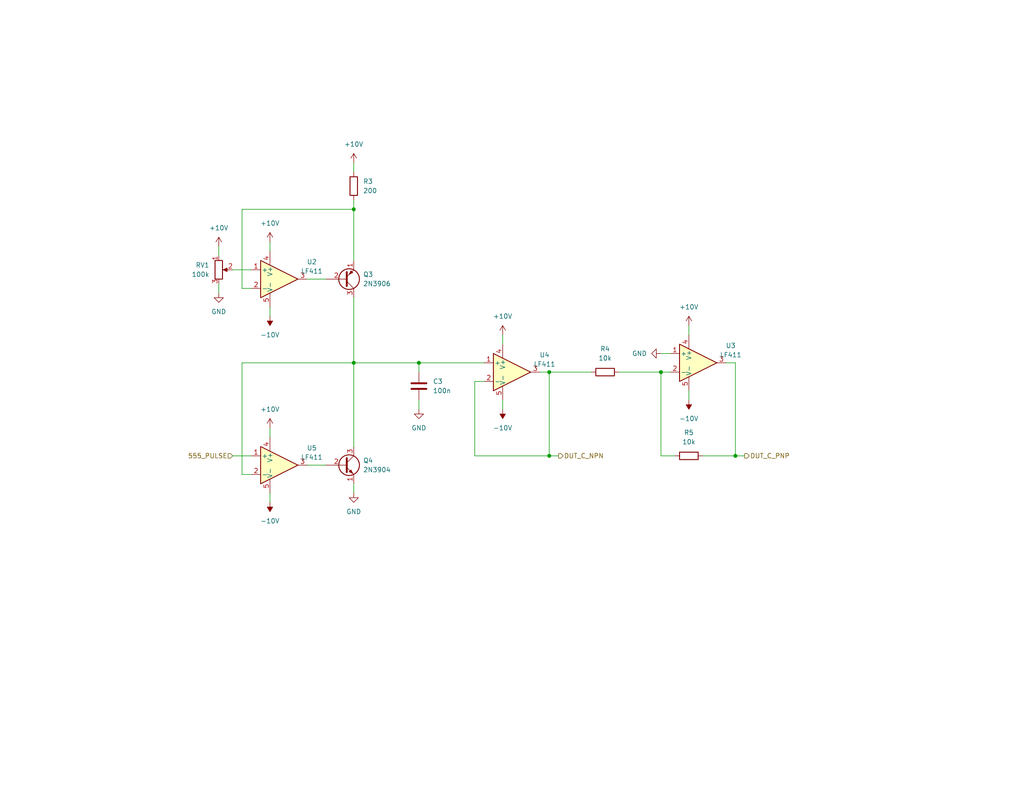
<source format=kicad_sch>
(kicad_sch (version 20211123) (generator eeschema)
  (paper "USLetter")
  (title_block (title "Collector signal generator") (date "2023-07-30") (rev "1.0"))
  (lib_symbols
    (symbol "Device:C" (pin_numbers hide) (pin_names (offset 0.254))
      (property "Reference" "C" (at 0.635 2.54 0))
      (property "Value" "C" (at 0.635 -2.54 0))
      (symbol "C_0_1"
        (polyline (pts (xy -2.032 -0.762) (xy 2.032 -0.762)) (stroke (width 0.508)))
        (polyline (pts (xy -2.032 0.762) (xy 2.032 0.762)) (stroke (width 0.508)))
      )
      (symbol "C_1_1"
        (pin passive line (at 0 3.81 270) (length 2.794) (name "~") (number "1"))
        (pin passive line (at 0 -3.81 90) (length 2.794) (name "~") (number "2"))
      )
    )
    (symbol "Device:R" (pin_numbers hide) (pin_names (offset 0))
      (property "Reference" "R" (at 2.032 0 90))
      (property "Value" "R" (at 0 0 90))
      (symbol "R_0_1"
        (rectangle (start -1.016 -2.54) (end 1.016 2.54) (stroke (width 0.254)))
      )
      (symbol "R_1_1"
        (pin passive line (at 0 3.81 270) (length 1.27) (name "~") (number "1"))
        (pin passive line (at 0 -3.81 90) (length 1.27) (name "~") (number "2"))
      )
    )
    (symbol "Device:R_Potentiometer" (pin_names (offset 1.016) hide)
      (property "Reference" "RV" (at -4.445 0 90))
      (property "Value" "R_Potentiometer" (at -2.54 0 90))
      (symbol "R_Potentiometer_0_1"
        (polyline (pts (xy 2.54 0) (xy 1.524 0)))
        (polyline (pts (xy 1.143 0) (xy 2.286 0.508) (xy 2.286 -0.508) (xy 1.143 0)) (fill (type outline)))
        (rectangle (start 1.016 2.54) (end -1.016 -2.54) (stroke (width 0.254)))
      )
      (symbol "R_Potentiometer_1_1"
        (pin passive line (at 0 3.81 270) (length 1.27) (name "1") (number "1"))
        (pin passive line (at 3.81 0 180) (length 1.27) (name "2") (number "2"))
        (pin passive line (at 0 -3.81 90) (length 1.27) (name "3") (number "3"))
      )
    )
    (symbol "Transistor_BJT:2N3904" (pin_names (offset 0) hide)
      (property "Reference" "Q" (at 5.08 1.905 0))
      (property "Value" "2N3904" (at 5.08 0 0))
      (symbol "2N3904_0_1"
        (polyline (pts (xy 0.635 0.635) (xy 2.54 2.54)))
        (polyline (pts (xy 0.635 -0.635) (xy 2.54 -2.54) (xy 2.54 -2.54)))
        (polyline (pts (xy 0.635 1.905) (xy 0.635 -1.905) (xy 0.635 -1.905)) (stroke (width 0.508)))
        (polyline (pts (xy 1.27 -1.778) (xy 1.778 -1.27) (xy 2.286 -2.286) (xy 1.27 -1.778) (xy 1.27 -1.778)) (fill (type outline)))
        (circle (center 1.27 0) (radius 2.8194) (stroke (width 0.254)))
      )
      (symbol "2N3904_1_1"
        (pin passive line (at 2.54 -5.08 90) (length 2.54) (name "E") (number "1"))
        (pin passive line (at -5.08 0 0) (length 5.715) (name "B") (number "2"))
        (pin passive line (at 2.54 5.08 270) (length 2.54) (name "C") (number "3"))
      )
    )
    (symbol "Transistor_BJT:2N3906" (pin_names (offset 0) hide)
      (property "Reference" "Q" (at 5.08 1.905 0))
      (property "Value" "2N3906" (at 5.08 0 0))
      (symbol "2N3906_0_1"
        (polyline (pts (xy 0.635 0.635) (xy 2.54 2.54)))
        (polyline (pts (xy 0.635 -0.635) (xy 2.54 -2.54) (xy 2.54 -2.54)))
        (polyline (pts (xy 0.635 1.905) (xy 0.635 -1.905) (xy 0.635 -1.905)) (stroke (width 0.508)))
        (polyline (pts (xy 2.286 -1.778) (xy 1.778 -2.286) (xy 1.27 -1.27) (xy 2.286 -1.778) (xy 2.286 -1.778)) (fill (type outline)))
        (circle (center 1.27 0) (radius 2.8194) (stroke (width 0.254)))
      )
      (symbol "2N3906_1_1"
        (pin passive line (at 2.54 -5.08 90) (length 2.54) (name "E") (number "1"))
        (pin input line (at -5.08 0 0) (length 5.715) (name "B") (number "2"))
        (pin passive line (at 2.54 5.08 270) (length 2.54) (name "C") (number "3"))
      )
    )
    (symbol "power:+10V" (power) (pin_names (offset 0))
      (property "Value" "+10V" (at 0 3.556 0))
      (symbol "+10V_0_1"
        (polyline (pts (xy -0.762 1.27) (xy 0 2.54)))
        (polyline (pts (xy 0 0) (xy 0 2.54)))
        (polyline (pts (xy 0 2.54) (xy 0.762 1.27)))
      )
      (symbol "+10V_1_1"
        (pin power_in line (at 0 0 90) (length 0) hide (name "+10V") (number "1"))
      )
    )
    (symbol "power:-10V" (power) (pin_names (offset 0))
      (property "Value" "-10V" (at 0 3.81 0))
      (symbol "-10V_0_0"
        (pin power_in line (at 0 0 90) (length 0) hide (name "-10V") (number "1"))
      )
      (symbol "-10V_0_1"
        (polyline (pts (xy 0 0) (xy 0 1.27) (xy 0.762 1.27) (xy 0 2.54) (xy -0.762 1.27) (xy 0 1.27)) (fill (type outline)))
      )
    )
    (symbol "power:GND" (power) (pin_names (offset 0))
      (property "Value" "GND" (at 0 -3.81 0))
      (symbol "GND_0_1"
        (polyline (pts (xy 0 0) (xy 0 -1.27) (xy 1.27 -1.27) (xy 0 -2.54) (xy -1.27 -1.27) (xy 0 -1.27)))
      )
      (symbol "GND_1_1"
        (pin power_in line (at 0 0 270) (length 0) hide (name "GND") (number "1"))
      )
    )
    (symbol "pspice:OPAMP" (pin_names (offset 0.254))
      (property "Reference" "U" (at 3.81 3.175 0))
      (property "Value" "OPAMP" (at 3.81 -3.175 0))
      (symbol "OPAMP_0_1"
        (polyline (pts (xy 5.08 0) (xy -5.08 5.08) (xy -5.08 -5.08) (xy 5.08 0)) (stroke (width 0.254)) (fill (type background)))
      )
      (symbol "OPAMP_1_1"
        (pin input line (at -7.62 2.54 0) (length 2.54) (name "+") (number "1"))
        (pin input line (at -7.62 -2.54 0) (length 2.54) (name "-") (number "2"))
        (pin output line (at 7.62 0 180) (length 2.54) (name "~") (number "3"))
        (pin power_in line (at -2.54 7.62 270) (length 3.81) (name "V+") (number "4"))
        (pin power_in line (at -2.54 -7.62 90) (length 3.81) (name "V-") (number "5"))
      )
    )
  )
  (junction (at 149.86 101.6))
  (junction (at 96.52 99.06))
  (junction (at 200.66 124.46))
  (junction (at 180.34 101.6))
  (junction (at 114.3 99.06))
  (junction (at 149.86 124.46))
  (junction (at 96.52 57.15))
  (wire (pts (xy 129.54 104.14) (xy 129.54 124.46)))
  (wire (pts (xy 63.5 124.46) (xy 68.58 124.46)))
  (wire (pts (xy 73.66 134.62) (xy 73.66 137.16)))
  (wire (pts (xy 149.86 101.6) (xy 149.86 124.46)))
  (wire (pts (xy 149.86 101.6) (xy 161.29 101.6)))
  (wire (pts (xy 66.04 57.15) (xy 66.04 78.74)))
  (wire (pts (xy 68.58 78.74) (xy 66.04 78.74)))
  (wire (pts (xy 66.04 99.06) (xy 66.04 129.54)))
  (wire (pts (xy 180.34 96.52) (xy 182.88 96.52)))
  (wire (pts (xy 114.3 109.22) (xy 114.3 111.76)))
  (wire (pts (xy 96.52 44.45) (xy 96.52 46.99)))
  (wire (pts (xy 59.69 77.47) (xy 59.69 80.01)))
  (wire (pts (xy 96.52 132.08) (xy 96.52 134.62)))
  (wire (pts (xy 200.66 99.06) (xy 198.12 99.06)))
  (wire (pts (xy 149.86 124.46) (xy 152.4 124.46)))
  (wire (pts (xy 96.52 54.61) (xy 96.52 57.15)))
  (wire (pts (xy 132.08 104.14) (xy 129.54 104.14)))
  (wire (pts (xy 68.58 129.54) (xy 66.04 129.54)))
  (wire (pts (xy 96.52 81.28) (xy 96.52 99.06)))
  (wire (pts (xy 149.86 101.6) (xy 147.32 101.6)))
  (wire (pts (xy 66.04 99.06) (xy 96.52 99.06)))
  (wire (pts (xy 182.88 101.6) (xy 180.34 101.6)))
  (wire (pts (xy 200.66 124.46) (xy 203.2 124.46)))
  (wire (pts (xy 184.15 124.46) (xy 180.34 124.46)))
  (wire (pts (xy 191.77 124.46) (xy 200.66 124.46)))
  (wire (pts (xy 96.52 99.06) (xy 96.52 121.92)))
  (wire (pts (xy 137.16 109.22) (xy 137.16 111.76)))
  (wire (pts (xy 83.82 127) (xy 88.9 127)))
  (wire (pts (xy 63.5 73.66) (xy 68.58 73.66)))
  (wire (pts (xy 114.3 99.06) (xy 132.08 99.06)))
  (wire (pts (xy 137.16 91.44) (xy 137.16 93.98)))
  (wire (pts (xy 96.52 57.15) (xy 96.52 71.12)))
  (wire (pts (xy 200.66 99.06) (xy 200.66 124.46)))
  (wire (pts (xy 180.34 101.6) (xy 180.34 124.46)))
  (wire (pts (xy 187.96 106.68) (xy 187.96 109.22)))
  (wire (pts (xy 73.66 83.82) (xy 73.66 86.36)))
  (wire (pts (xy 66.04 57.15) (xy 96.52 57.15)))
  (wire (pts (xy 59.69 67.31) (xy 59.69 69.85)))
  (wire (pts (xy 83.82 76.2) (xy 88.9 76.2)))
  (wire (pts (xy 73.66 66.04) (xy 73.66 68.58)))
  (wire (pts (xy 73.66 116.84) (xy 73.66 119.38)))
  (wire (pts (xy 149.86 124.46) (xy 129.54 124.46)))
  (wire (pts (xy 96.52 99.06) (xy 114.3 99.06)))
  (wire (pts (xy 114.3 101.6) (xy 114.3 99.06)))
  (wire (pts (xy 187.96 88.9) (xy 187.96 91.44)))
  (wire (pts (xy 168.91 101.6) (xy 180.34 101.6)))
  (hierarchical_label "555_PULSE" (shape input) (at 63.5 124.46 180))
  (hierarchical_label "DUT_C_NPN" (shape output) (at 152.4 124.46 0))
  (hierarchical_label "DUT_C_PNP" (shape output) (at 203.2 124.46 0))
  (symbol (lib_id "power:-10V") (at 73.66 137.16 180) (unit 1)
    (property "Reference" "#PWR020" (effects hide))
    (property "Value" "-10V" (at 73.66 142.24 0))
  )
  (symbol (lib_id "power:+10V") (at 73.66 116.84 0) (unit 1)
    (property "Reference" "#PWR018" (effects hide))
    (property "Value" "+10V" (at 73.66 111.76 0))
  )
  (symbol (lib_id "Device:C") (at 114.3 105.41 0) (unit 1)
    (property "Reference" "C3" (at 118.11 104.1399 0) (effects (justify left)))
    (property "Value" "100n" (at 118.11 106.6799 0) (effects (justify left)))
  )
  (symbol (lib_id "pspice:OPAMP") (at 139.7 101.6 0) (unit 1)
    (property "Reference" "U4" (at 148.59 96.901 0))
    (property "Value" "LF411" (at 148.59 99.441 0))
  )
  (symbol (lib_id "pspice:OPAMP") (at 76.2 127 0) (unit 1)
    (property "Reference" "U5" (at 85.09 122.301 0))
    (property "Value" "LF411" (at 85.09 124.841 0))
  )
  (symbol (lib_id "power:GND") (at 180.34 96.52 270) (unit 1)
    (property "Reference" "#PWR014" (effects hide))
    (property "Value" "GND" (at 176.53 96.5199 90) (effects (justify right)))
  )
  (symbol (lib_id "Transistor_BJT:2N3904") (at 93.98 127 0) (unit 1)
    (property "Reference" "Q4" (at 99.06 125.7299 0) (effects (justify left)))
    (property "Value" "2N3904" (at 99.06 128.2699 0) (effects (justify left)))
    (property "Footprint" "Package_TO_SOT_THT:TO-92_Inline" (effects hide))
    (property "Datasheet" "https://www.onsemi.com/pub/Collateral/2N3903-D.PDF" (effects hide))
  )
  (symbol (lib_id "power:+10V") (at 59.69 67.31 0) (unit 1)
    (property "Reference" "#PWR09" (effects hide))
    (property "Value" "+10V" (at 59.69 62.23 0))
  )
  (symbol (lib_id "power:GND") (at 114.3 111.76 0) (unit 1)
    (property "Reference" "#PWR016" (effects hide))
    (property "Value" "GND" (at 114.3 116.84 0))
  )
  (symbol (lib_id "Device:R") (at 165.1 101.6 90) (unit 1)
    (property "Reference" "R4" (at 165.1 95.25 90))
    (property "Value" "10k" (at 165.1 97.79 90))
  )
  (symbol (lib_id "power:+10V") (at 96.52 44.45 0) (unit 1)
    (property "Reference" "#PWR07" (effects hide))
    (property "Value" "+10V" (at 96.52 39.37 0))
  )
  (symbol (lib_id "power:GND") (at 59.69 80.01 0) (unit 1)
    (property "Reference" "#PWR010" (effects hide))
    (property "Value" "GND" (at 59.69 85.09 0))
  )
  (symbol (lib_id "pspice:OPAMP") (at 76.2 76.2 0) (unit 1)
    (property "Reference" "U2" (at 85.09 71.501 0))
    (property "Value" "LF411" (at 85.09 74.041 0))
  )
  (symbol (lib_id "Device:R_Potentiometer") (at 59.69 73.66 0) (unit 1)
    (property "Reference" "RV1" (at 57.15 72.3899 0) (effects (justify right)))
    (property "Value" "100k" (at 57.15 74.9299 0) (effects (justify right)))
  )
  (symbol (lib_id "power:-10V") (at 137.16 111.76 180) (unit 1)
    (property "Reference" "#PWR017" (effects hide))
    (property "Value" "-10V" (at 137.16 116.84 0))
  )
  (symbol (lib_id "power:+10V") (at 187.96 88.9 0) (unit 1)
    (property "Reference" "#PWR012" (effects hide))
    (property "Value" "+10V" (at 187.96 83.82 0))
  )
  (symbol (lib_id "pspice:OPAMP") (at 190.5 99.06 0) (unit 1)
    (property "Reference" "U3" (at 199.39 94.361 0))
    (property "Value" "LF411" (at 199.39 96.901 0))
  )
  (symbol (lib_id "power:+10V") (at 73.66 66.04 0) (unit 1)
    (property "Reference" "#PWR08" (effects hide))
    (property "Value" "+10V" (at 73.66 60.96 0))
  )
  (symbol (lib_id "Device:R") (at 187.96 124.46 90) (unit 1)
    (property "Reference" "R5" (at 187.96 118.11 90))
    (property "Value" "10k" (at 187.96 120.65 90))
  )
  (symbol (lib_id "power:-10V") (at 187.96 109.22 180) (unit 1)
    (property "Reference" "#PWR015" (effects hide))
    (property "Value" "-10V" (at 187.96 114.3 0))
  )
  (symbol (lib_id "power:+10V") (at 137.16 91.44 0) (unit 1)
    (property "Reference" "#PWR013" (effects hide))
    (property "Value" "+10V" (at 137.16 86.36 0))
  )
  (symbol (lib_id "Device:R") (at 96.52 50.8 0) (unit 1)
    (property "Reference" "R3" (at 99.06 49.5299 0) (effects (justify left)))
    (property "Value" "200" (at 99.06 52.0699 0) (effects (justify left)))
  )
  (symbol (lib_id "Transistor_BJT:2N3906") (at 93.98 76.2 0) (mirror x) (unit 1)
    (property "Reference" "Q3" (at 99.06 74.9299 0) (effects (justify left)))
    (property "Value" "2N3906" (at 99.06 77.4699 0) (effects (justify left)))
    (property "Footprint" "Package_TO_SOT_THT:TO-92_Inline" (effects hide))
    (property "Datasheet" "https://www.onsemi.com/pub/Collateral/2N3906-D.PDF" (effects hide))
  )
  (symbol (lib_id "power:GND") (at 96.52 134.62 0) (unit 1)
    (property "Reference" "#PWR019" (effects hide))
    (property "Value" "GND" (at 96.52 139.7 0))
  )
  (symbol (lib_id "power:-10V") (at 73.66 86.36 180) (unit 1)
    (property "Reference" "#PWR011" (effects hide))
    (property "Value" "-10V" (at 73.66 91.44 0))
  )
)
</source>
